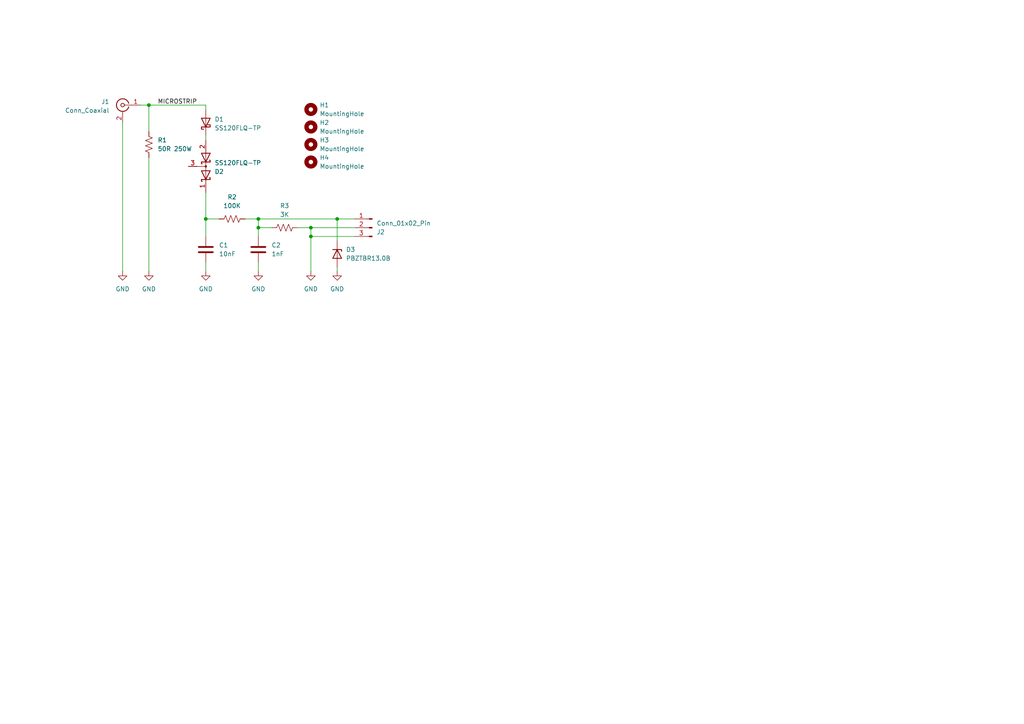
<source format=kicad_sch>
(kicad_sch (version 20250114) (generator "eeschema") (generator_version "9.0")
  (paper "A4")
  (lib_symbols
    (symbol "Connector:Conn_01x03_Pin" (pin_names (offset 1.016) (hide yes))
      (property "Reference" "J" (at 0 5.08 0))
      (property "Value" "Conn_01x03_Pin" (at 0 -5.08 0))
      (symbol "Conn_01x03_Pin_1_1"
        (rectangle (start 0.8636 2.667) (end 0 2.413) (stroke (width 0.1524)) (fill (type outline)))
        (rectangle (start 0.8636 0.127) (end 0 -0.127) (stroke (width 0.1524)) (fill (type outline)))
        (rectangle (start 0.8636 -2.413) (end 0 -2.667) (stroke (width 0.1524)) (fill (type outline)))
        (polyline (pts (xy 1.27 2.54) (xy 0.8636 2.54)) (stroke (width 0.1524)))
        (polyline (pts (xy 1.27 0) (xy 0.8636 0)) (stroke (width 0.1524)))
        (polyline (pts (xy 1.27 -2.54) (xy 0.8636 -2.54)) (stroke (width 0.1524)))
        (pin passive line (at 5.08 2.54 180) (length 3.81) (name "Pin_1") (number "1"))
        (pin passive line (at 5.08 0 180) (length 3.81) (name "Pin_2") (number "2"))
        (pin passive line (at 5.08 -2.54 180) (length 3.81) (name "Pin_3") (number "3"))
      )
    )
    (symbol "Connector:Conn_Coaxial" (pin_names (offset 1.016) (hide yes))
      (property "Reference" "J" (at 0.254 3.048 0))
      (property "Value" "Conn_Coaxial" (at 2.921 0 90))
      (symbol "Conn_Coaxial_0_1"
        (polyline (pts (xy -2.54 0) (xy -0.508 0)))
        (arc (start 1.778 0) (mid 0.222 -1.8079) (end -1.778 -0.508) (stroke (width 0.254)))
        (arc (start -1.778 0.508) (mid 0.2221 1.8084) (end 1.778 0) (stroke (width 0.254)))
        (circle (center 0 0) (radius 0.508) (stroke (width 0.2032)))
        (polyline (pts (xy 0 -2.54) (xy 0 -1.778)))
      )
      (symbol "Conn_Coaxial_1_1"
        (pin passive line (at -5.08 0 0) (length 2.54) (name "In") (number "1"))
        (pin passive line (at 0 -5.08 90) (length 2.54) (name "Ext") (number "2"))
      )
    )
    (symbol "Device:C" (pin_numbers (hide yes)) (pin_names (offset 0.254))
      (property "Reference" "C" (at 0.635 2.54 0))
      (property "Value" "C" (at 0.635 -2.54 0))
      (symbol "C_0_1"
        (polyline (pts (xy -2.032 0.762) (xy 2.032 0.762)) (stroke (width 0.508)))
        (polyline (pts (xy -2.032 -0.762) (xy 2.032 -0.762)) (stroke (width 0.508)))
      )
      (symbol "C_1_1"
        (pin passive line (at 0 3.81 270) (length 2.794) (name "~") (number "1"))
        (pin passive line (at 0 -3.81 90) (length 2.794) (name "~") (number "2"))
      )
    )
    (symbol "Device:D_Schottky" (pin_numbers (hide yes)) (pin_names (offset 1.016) (hide yes))
      (property "Reference" "D" (at 0 2.54 0))
      (property "Value" "D_Schottky" (at 0 -2.54 0))
      (symbol "D_Schottky_0_1"
        (polyline (pts (xy -1.905 0.635) (xy -1.905 1.27) (xy -1.27 1.27) (xy -1.27 -1.27) (xy -0.635 -1.27) (xy -0.635 -0.635)) (stroke (width 0.254)))
        (polyline (pts (xy 1.27 1.27) (xy 1.27 -1.27) (xy -1.27 0) (xy 1.27 1.27)) (stroke (width 0.254)))
        (polyline (pts (xy 1.27 0) (xy -1.27 0)))
      )
      (symbol "D_Schottky_1_1"
        (pin passive line (at -3.81 0 0) (length 2.54) (name "K") (number "1"))
        (pin passive line (at 3.81 0 180) (length 2.54) (name "A") (number "2"))
      )
    )
    (symbol "Device:D_Schottky_Dual_Series_KAC" (pin_names (offset 0.762) (hide yes))
      (property "Reference" "D" (at 1.27 -2.54 0))
      (property "Value" "D_Schottky_Dual_Series_KAC" (at 0 2.54 0))
      (symbol "D_Schottky_Dual_Series_KAC_0_1"
        (polyline (pts (xy -3.81 1.27) (xy -1.27 0) (xy -3.81 -1.27) (xy -3.81 1.27) (xy -3.81 1.27) (xy -3.81 1.27)) (stroke (width 0.254)))
        (polyline (pts (xy -3.81 0) (xy 3.81 0)))
        (polyline (pts (xy -1.778 1.016) (xy -1.778 1.27) (xy -1.27 1.27) (xy -1.27 1.27) (xy -1.27 1.27)) (stroke (width 0.254)))
        (polyline (pts (xy -1.27 -1.27) (xy -1.27 1.27) (xy -1.27 1.27)) (stroke (width 0.254)))
        (polyline (pts (xy -1.27 -1.27) (xy -0.762 -1.27) (xy -0.762 -1.016) (xy -0.762 -1.016)) (stroke (width 0.254)))
        (polyline (pts (xy 0 0) (xy 0 -2.54)))
        (circle (center 0 0) (radius 0.254) (fill (type outline)))
        (polyline (pts (xy 1.27 1.27) (xy 3.81 0) (xy 1.27 -1.27) (xy 1.27 1.27) (xy 1.27 1.27) (xy 1.27 1.27)) (stroke (width 0.254)))
        (polyline (pts (xy 3.81 1.27) (xy 3.81 -1.27) (xy 3.81 -1.27)) (stroke (width 0.254)))
        (polyline (pts (xy 3.81 1.27) (xy 3.302 1.27) (xy 3.302 1.016) (xy 3.302 1.016)) (stroke (width 0.254)))
        (polyline (pts (xy 3.81 -1.27) (xy 4.318 -1.27) (xy 4.318 -1.016) (xy 4.318 -1.016)) (stroke (width 0.254)))
        (pin passive line (at -7.62 0 0) (length 3.81) (name "A") (number "2"))
        (pin passive line (at 0 -5.08 90) (length 2.54) (name "common") (number "3"))
        (pin passive line (at 7.62 0 180) (length 3.81) (name "K") (number "1"))
      )
    )
    (symbol "Device:D_Zener" (pin_numbers (hide yes)) (pin_names (offset 1.016) (hide yes))
      (property "Reference" "D" (at 0 2.54 0))
      (property "Value" "D_Zener" (at 0 -2.54 0))
      (symbol "D_Zener_0_1"
        (polyline (pts (xy -1.27 -1.27) (xy -1.27 1.27) (xy -0.762 1.27)) (stroke (width 0.254)))
        (polyline (pts (xy 1.27 0) (xy -1.27 0)))
        (polyline (pts (xy 1.27 -1.27) (xy 1.27 1.27) (xy -1.27 0) (xy 1.27 -1.27)) (stroke (width 0.254)))
      )
      (symbol "D_Zener_1_1"
        (pin passive line (at -3.81 0 0) (length 2.54) (name "K") (number "1"))
        (pin passive line (at 3.81 0 180) (length 2.54) (name "A") (number "2"))
      )
    )
    (symbol "Device:R_US" (pin_numbers (hide yes)) (pin_names (offset 0))
      (property "Reference" "R" (at 2.54 0 90))
      (property "Value" "R_US" (at -2.54 0 90))
      (symbol "R_US_0_1"
        (polyline (pts (xy 0 2.286) (xy 0 2.54)))
        (polyline (pts (xy 0 2.286) (xy 1.016 1.905) (xy 0 1.524) (xy -1.016 1.143) (xy 0 0.762)))
        (polyline (pts (xy 0 0.762) (xy 1.016 0.381) (xy 0 0) (xy -1.016 -0.381) (xy 0 -0.762)))
        (polyline (pts (xy 0 -0.762) (xy 1.016 -1.143) (xy 0 -1.524) (xy -1.016 -1.905) (xy 0 -2.286)))
        (polyline (pts (xy 0 -2.286) (xy 0 -2.54)))
      )
      (symbol "R_US_1_1"
        (pin passive line (at 0 3.81 270) (length 1.27) (name "~") (number "1"))
        (pin passive line (at 0 -3.81 90) (length 1.27) (name "~") (number "2"))
      )
    )
    (symbol "Mechanical:MountingHole" (pin_names (offset 1.016)) (exclude_from_sim yes) (in_bom no)
      (property "Reference" "H" (at 0 5.08 0))
      (property "Value" "MountingHole" (at 0 3.175 0))
      (symbol "MountingHole_0_1"
        (circle (center 0 0) (radius 1.27) (stroke (width 1.27)))
      )
    )
    (symbol "power:GND" (power) (pin_numbers (hide yes)) (pin_names (offset 0) (hide yes))
      (property "Value" "GND" (at 0 -3.81 0))
      (symbol "GND_0_1"
        (polyline (pts (xy 0 0) (xy 0 -1.27) (xy 1.27 -1.27) (xy 0 -2.54) (xy -1.27 -1.27) (xy 0 -1.27)))
      )
      (symbol "GND_1_1"
        (pin power_in line (at 0 0 270) (length 0) (name "~") (number "1"))
      )
    )
  )
  (junction (at 97.79 63.5))
  (junction (at 59.69 63.5))
  (junction (at 90.17 68.58))
  (junction (at 90.17 66.04))
  (junction (at 43.18 30.48))
  (junction (at 74.93 63.5))
  (junction (at 74.93 66.04))
  (wire (pts (xy 59.69 55.88) (xy 59.69 63.5)))
  (wire (pts (xy 90.17 68.58) (xy 102.87 68.58)))
  (wire (pts (xy 97.79 63.5) (xy 102.87 63.5)))
  (wire (pts (xy 90.17 68.58) (xy 90.17 78.74)))
  (wire (pts (xy 97.79 77.47) (xy 97.79 78.74)))
  (wire (pts (xy 74.93 78.74) (xy 74.93 76.2)))
  (wire (pts (xy 59.69 76.2) (xy 59.69 78.74)))
  (wire (pts (xy 97.79 63.5) (xy 97.79 69.85)))
  (wire (pts (xy 59.69 63.5) (xy 63.5 63.5)))
  (wire (pts (xy 59.69 63.5) (xy 59.69 68.58)))
  (wire (pts (xy 43.18 30.48) (xy 59.69 30.48)))
  (wire (pts (xy 43.18 30.48) (xy 43.18 38.1)))
  (wire (pts (xy 59.69 30.48) (xy 59.69 31.75)))
  (wire (pts (xy 71.12 63.5) (xy 74.93 63.5)))
  (wire (pts (xy 90.17 66.04) (xy 90.17 68.58)))
  (wire (pts (xy 59.69 39.37) (xy 59.69 40.64)))
  (wire (pts (xy 43.18 45.72) (xy 43.18 78.74)))
  (wire (pts (xy 74.93 63.5) (xy 74.93 66.04)))
  (wire (pts (xy 74.93 66.04) (xy 74.93 68.58)))
  (wire (pts (xy 90.17 66.04) (xy 102.87 66.04)))
  (wire (pts (xy 86.36 66.04) (xy 90.17 66.04)))
  (wire (pts (xy 40.64 30.48) (xy 43.18 30.48)))
  (wire (pts (xy 74.93 66.04) (xy 78.74 66.04)))
  (wire (pts (xy 35.56 35.56) (xy 35.56 78.74)))
  (wire (pts (xy 74.93 63.5) (xy 97.79 63.5)))
  (label "MICROSTRIP" (at 45.72 30.48 0))
  (symbol (lib_id "power:GND") (at 90.17 78.74 0) (unit 1)
    (property "Reference" "#PWR05" (effects (hide yes)))
    (property "Value" "GND" (at 90.17 83.82 0))
    (property "Description" "Power symbol creates a global label with name \"GND\" , ground" (effects (hide yes)))
  )
  (symbol (lib_id "Device:R_US") (at 43.18 41.91 0) (unit 1)
    (property "Reference" "R1" (at 45.72 40.6399 0) (effects (justify left)))
    (property "Value" "50R 250W" (at 45.72 43.1799 0) (effects (justify left)))
    (property "Footprint" "jsdev:FlangeResistor" (effects (hide yes)))
    (property "Description" "RFR-50-250" (effects (hide yes)))
  )
  (symbol (lib_id "Mechanical:MountingHole") (at 90.17 41.91 0) (unit 1) (exclude_from_sim yes) (in_bom no)
    (property "Reference" "H3" (at 92.71 40.6399 0) (effects (justify left)))
    (property "Value" "MountingHole" (at 92.71 43.1799 0) (effects (justify left)))
    (property "Footprint" "MountingHole:MountingHole_3.2mm_M3" (effects (hide yes)))
    (property "Description" "Mounting Hole without connection" (effects (hide yes)))
  )
  (symbol (lib_id "Device:R_US") (at 82.55 66.04 270) (unit 1)
    (property "Reference" "R3" (at 82.55 59.69 90))
    (property "Value" "3K" (at 82.55 62.23 90))
    (property "Footprint" "Resistor_SMD:R_1206_3216Metric_Pad1.30x1.75mm_HandSolder" (effects (hide yes)))
    (property "Description" "Resistor, US symbol" (effects (hide yes)))
  )
  (symbol (lib_id "Device:C") (at 59.69 72.39 0) (unit 1)
    (property "Reference" "C1" (at 63.5 71.1199 0) (effects (justify left)))
    (property "Value" "10nF" (at 63.5 73.6599 0) (effects (justify left)))
    (property "Footprint" "Capacitor_SMD:C_1206_3216Metric_Pad1.33x1.80mm_HandSolder" (effects (hide yes)))
    (property "Description" "Unpolarized capacitor" (effects (hide yes)))
  )
  (symbol (lib_id "Device:D_Zener") (at 97.79 73.66 270) (unit 1)
    (property "Reference" "D3" (at 100.33 72.3899 90) (effects (justify left)))
    (property "Value" "PBZTBR13.0B" (at 100.33 74.9299 90) (effects (justify left)))
    (property "Footprint" "Diode_SMD:D_SMB_Handsoldering" (effects (hide yes)))
    (property "Description" "Zener diode" (effects (hide yes)))
  )
  (symbol (lib_id "Mechanical:MountingHole") (at 90.17 31.75 0) (unit 1) (exclude_from_sim yes) (in_bom no)
    (property "Reference" "H1" (at 92.71 30.4799 0) (effects (justify left)))
    (property "Value" "MountingHole" (at 92.71 33.0199 0) (effects (justify left)))
    (property "Footprint" "MountingHole:MountingHole_3.2mm_M3" (effects (hide yes)))
    (property "Description" "Mounting Hole without connection" (effects (hide yes)))
  )
  (symbol (lib_id "Mechanical:MountingHole") (at 90.17 46.99 0) (unit 1) (exclude_from_sim yes) (in_bom no)
    (property "Reference" "H4" (at 92.71 45.7199 0) (effects (justify left)))
    (property "Value" "MountingHole" (at 92.71 48.2599 0) (effects (justify left)))
    (property "Footprint" "MountingHole:MountingHole_3.2mm_M3" (effects (hide yes)))
    (property "Description" "Mounting Hole without connection" (effects (hide yes)))
  )
  (symbol (lib_id "power:GND") (at 74.93 78.74 0) (unit 1)
    (property "Reference" "#PWR04" (effects (hide yes)))
    (property "Value" "GND" (at 74.93 83.82 0))
    (property "Description" "Power symbol creates a global label with name \"GND\" , ground" (effects (hide yes)))
  )
  (symbol (lib_id "Device:R_US") (at 67.31 63.5 270) (unit 1)
    (property "Reference" "R2" (at 67.31 57.15 90))
    (property "Value" "100K" (at 67.31 59.69 90))
    (property "Footprint" "Resistor_SMD:R_1206_3216Metric_Pad1.30x1.75mm_HandSolder" (effects (hide yes)))
    (property "Description" "Resistor, US symbol" (effects (hide yes)))
  )
  (symbol (lib_id "Connector:Conn_Coaxial") (at 35.56 30.48 0) (mirror y) (unit 1)
    (property "Reference" "J1" (at 31.75 29.5031 0) (effects (justify left)))
    (property "Value" "Conn_Coaxial" (at 31.75 32.0431 0) (effects (justify left)))
    (property "Footprint" "jsdev:SMA_Custom_EdgeMount" (effects (hide yes)))
    (property "Description" "coaxial connector (BNC, SMA, SMB, SMC, Cinch/RCA, LEMO, ...)" (effects (hide yes)))
  )
  (symbol (lib_id "power:GND") (at 43.18 78.74 0) (unit 1)
    (property "Reference" "#PWR01" (effects (hide yes)))
    (property "Value" "GND" (at 43.18 83.82 0))
    (property "Description" "Power symbol creates a global label with name \"GND\" , ground" (effects (hide yes)))
  )
  (symbol (lib_id "power:GND") (at 59.69 78.74 0) (unit 1)
    (property "Reference" "#PWR03" (effects (hide yes)))
    (property "Value" "GND" (at 59.69 83.82 0))
    (property "Description" "Power symbol creates a global label with name \"GND\" , ground" (effects (hide yes)))
  )
  (symbol (lib_id "power:GND") (at 97.79 78.74 0) (unit 1)
    (property "Reference" "#PWR06" (effects (hide yes)))
    (property "Value" "GND" (at 97.79 83.82 0))
    (property "Description" "Power symbol creates a global label with name \"GND\" , ground" (effects (hide yes)))
  )
  (symbol (lib_id "Connector:Conn_01x03_Pin") (at 107.95 66.04 0) (mirror y) (unit 1)
    (property "Reference" "J2" (at 109.22 67.3101 0) (effects (justify right)))
    (property "Value" "Conn_01x02_Pin" (at 109.22 64.7701 0) (effects (justify right)))
    (property "Footprint" "jsdev:CONN_BM02B-XASS-TFLFSN_JST" (effects (hide yes)))
    (property "Description" "Generic connector, single row, 01x03, script generated" (effects (hide yes)))
  )
  (symbol (lib_id "Device:D_Schottky_Dual_Series_KAC") (at 59.69 48.26 270) (unit 1)
    (property "Reference" "D2" (at 62.23 49.7841 90) (effects (justify left)))
    (property "Value" "SS120FLQ-TP" (at 62.23 47.2441 90) (effects (justify left)))
    (property "Footprint" "jsdev:Vishay_SlimSMA_HV_DO-221AC_HandSolder_SQ" (effects (hide yes)))
    (property "Description" "Dual Schottky diode, cathode/anode/center" (effects (hide yes)))
  )
  (symbol (lib_id "Mechanical:MountingHole") (at 90.17 36.83 0) (unit 1) (exclude_from_sim yes) (in_bom no)
    (property "Reference" "H2" (at 92.71 35.5599 0) (effects (justify left)))
    (property "Value" "MountingHole" (at 92.71 38.0999 0) (effects (justify left)))
    (property "Footprint" "MountingHole:MountingHole_3.2mm_M3" (effects (hide yes)))
    (property "Description" "Mounting Hole without connection" (effects (hide yes)))
  )
  (symbol (lib_id "Device:C") (at 74.93 72.39 0) (unit 1)
    (property "Reference" "C2" (at 78.74 71.1199 0) (effects (justify left)))
    (property "Value" "1nF" (at 78.74 73.6599 0) (effects (justify left)))
    (property "Footprint" "Capacitor_SMD:C_1206_3216Metric_Pad1.33x1.80mm_HandSolder" (effects (hide yes)))
    (property "Description" "Unpolarized capacitor" (effects (hide yes)))
  )
  (symbol (lib_id "Device:D_Schottky") (at 59.69 35.56 90) (unit 1)
    (property "Reference" "D1" (at 62.23 34.6074 90) (effects (justify right)))
    (property "Value" "SS120FLQ-TP" (at 62.23 37.1474 90) (effects (justify right)))
    (property "Footprint" "jsdev:Vishay_SlimSMA_HV_DO-221AC_HandSolder" (effects (hide yes)))
    (property "Description" "Schottky diode" (effects (hide yes)))
  )
  (symbol (lib_id "power:GND") (at 35.56 78.74 0) (unit 1)
    (property "Reference" "#PWR02" (effects (hide yes)))
    (property "Value" "GND" (at 35.56 83.82 0))
    (property "Description" "Power symbol creates a global label with name \"GND\" , ground" (effects (hide yes)))
  )
)
</source>
